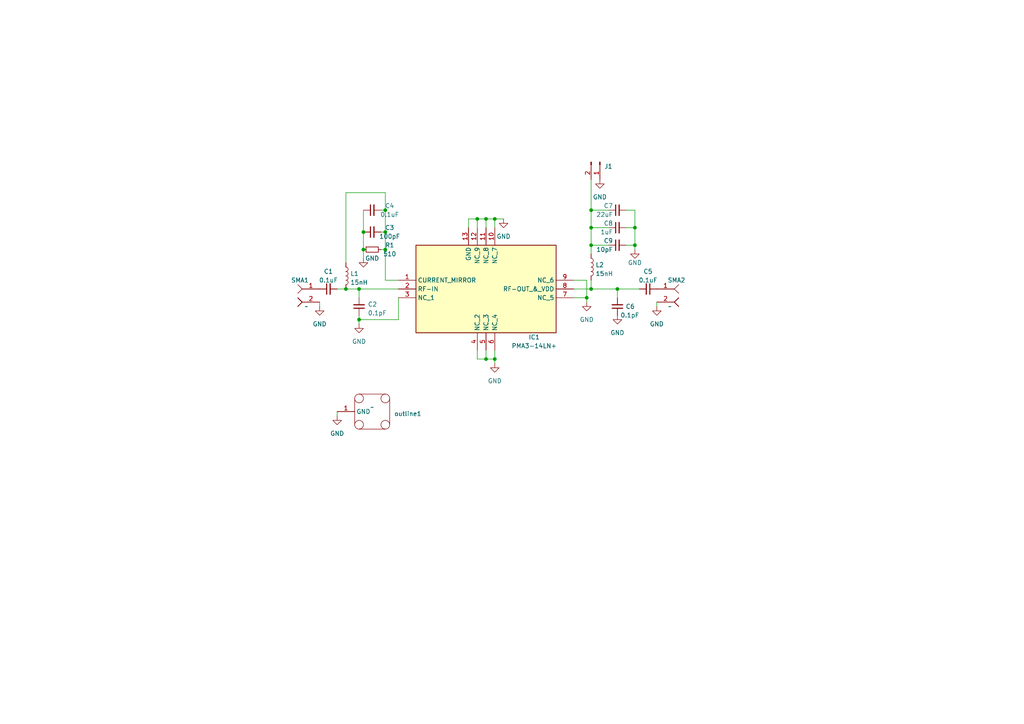
<source format=kicad_sch>
(kicad_sch (version 20230121) (generator eeschema)
  (paper "A4")
  (lib_symbols
    (symbol "Connector:Conn_01x02_Pin" (pin_names (offset 1.016) hide)
      (property "Reference" "J" (at 0 2.54 0))
      (property "Value" "Conn_01x02_Pin" (at 0 -5.08 0))
      (symbol "Conn_01x02_Pin_1_1"
        (polyline (pts (xy 1.27 -2.54) (xy 0.8636 -2.54)) (stroke (width 0.1524)))
        (polyline (pts (xy 1.27 0) (xy 0.8636 0)) (stroke (width 0.1524)))
        (rectangle (start 0.8636 -2.413) (end 0 -2.667) (stroke (width 0.1524)) (fill (type outline)))
        (rectangle (start 0.8636 0.127) (end 0 -0.127) (stroke (width 0.1524)) (fill (type outline)))
        (pin passive line (at 5.08 0 180) (length 3.81) (name "Pin_1") (number "1"))
        (pin passive line (at 5.08 -2.54 180) (length 3.81) (name "Pin_2") (number "2"))
      )
    )
    (symbol "Device:C_Small" (pin_numbers hide) (pin_names (offset 0.254) hide)
      (property "Reference" "C" (at 0.254 1.778 0))
      (property "Value" "C_Small" (at 0.254 -2.032 0))
      (symbol "C_Small_0_1"
        (polyline (pts (xy -1.524 -0.508) (xy 1.524 -0.508)) (stroke (width 0.3302)))
        (polyline (pts (xy -1.524 0.508) (xy 1.524 0.508)) (stroke (width 0.3048)))
      )
      (symbol "C_Small_1_1"
        (pin passive line (at 0 2.54 270) (length 2.032) (name "~") (number "1"))
        (pin passive line (at 0 -2.54 90) (length 2.032) (name "~") (number "2"))
      )
    )
    (symbol "Device:L" (pin_numbers hide) (pin_names (offset 1.016) hide)
      (property "Reference" "L" (at -1.27 0 90))
      (property "Value" "L" (at 1.905 0 90))
      (symbol "L_0_1"
        (arc (start 0 -2.54) (mid 0.6323 -1.905) (end 0 -1.27))
        (arc (start 0 -1.27) (mid 0.6323 -0.635) (end 0 0))
        (arc (start 0 0) (mid 0.6323 0.635) (end 0 1.27))
        (arc (start 0 1.27) (mid 0.6323 1.905) (end 0 2.54))
      )
      (symbol "L_1_1"
        (pin passive line (at 0 3.81 270) (length 1.27) (name "1") (number "1"))
        (pin passive line (at 0 -3.81 90) (length 1.27) (name "2") (number "2"))
      )
    )
    (symbol "Device:R_Small" (pin_numbers hide) (pin_names (offset 0.254) hide)
      (property "Reference" "R" (at 0.762 0.508 0))
      (property "Value" "R_Small" (at 0.762 -1.016 0))
      (symbol "R_Small_0_1"
        (rectangle (start -0.762 1.778) (end 0.762 -1.778) (stroke (width 0.2032)))
      )
      (symbol "R_Small_1_1"
        (pin passive line (at 0 2.54 270) (length 0.762) (name "~") (number "1"))
        (pin passive line (at 0 -2.54 90) (length 0.762) (name "~") (number "2"))
      )
    )
    (symbol "Radar:LNA_PMA3-14LN+"
      (property "Reference" "IC" (at 46.99 15.24 0))
      (property "Value" "LNA_PMA3-14LN+" (at 46.99 12.7 0))
      (symbol "LNA_PMA3-14LN+_1_1"
        (rectangle (start 5.08 10.16) (end 45.72 -15.24) (stroke (width 0.254)) (fill (type background)))
        (pin passive line (at 0 0 0) (length 5.08) (name "CURRENT_MIRROR") (number "1"))
        (pin passive line (at 27.94 15.24 270) (length 5.08) (name "NC_7") (number "10"))
        (pin passive line (at 25.4 15.24 270) (length 5.08) (name "NC_8") (number "11"))
        (pin passive line (at 22.86 15.24 270) (length 5.08) (name "NC_9") (number "12"))
        (pin passive line (at 20.32 15.24 270) (length 5.08) (name "GND") (number "13"))
        (pin passive line (at 0 -2.54 0) (length 5.08) (name "RF-IN") (number "2"))
        (pin passive line (at 0 -5.08 0) (length 5.08) (name "NC_1") (number "3"))
        (pin passive line (at 22.86 -20.32 90) (length 5.08) (name "NC_2") (number "4"))
        (pin passive line (at 25.4 -20.32 90) (length 5.08) (name "NC_3") (number "5"))
        (pin passive line (at 27.94 -20.32 90) (length 5.08) (name "NC_4") (number "6"))
        (pin passive line (at 50.8 -5.08 180) (length 5.08) (name "NC_5") (number "7"))
        (pin passive line (at 50.8 -2.54 180) (length 5.08) (name "RF-OUT_&_VDD") (number "8"))
        (pin passive line (at 50.8 0 180) (length 5.08) (name "NC_6") (number "9"))
      )
    )
    (symbol "Radar:SMA"
      (property "Reference" "SMA" (at 1.27 -1.27 0))
      (symbol "SMA_0_1"
        (polyline (pts (xy -1.27 1.27) (xy -2.54 0)))
        (polyline (pts (xy -1.27 1.27) (xy -2.54 0)))
        (polyline (pts (xy -1.27 1.27) (xy -2.54 0)))
        (polyline (pts (xy -1.27 1.27) (xy -2.54 0)))
        (polyline (pts (xy -1.27 1.27) (xy -2.54 2.54)))
        (polyline (pts (xy -1.27 1.27) (xy -2.54 2.54)))
        (polyline (pts (xy -1.27 1.27) (xy -2.54 2.54)))
        (polyline (pts (xy -1.27 1.27) (xy -2.54 2.54)))
        (polyline (pts (xy -1.27 5.08) (xy -2.54 3.81)))
        (polyline (pts (xy -1.27 5.08) (xy -2.54 6.35)))
      )
      (symbol "SMA_1_1"
        (pin passive line (at 3.81 5.08 180) (length 5.08) (name "") (number "1"))
        (pin passive line (at 3.81 1.27 180) (length 5.08) (name "") (number "2"))
      )
    )
    (symbol "Radar:outline"
      (property "Reference" "outline" (at 0 6.35 0))
      (symbol "outline_0_1"
        (circle (center -3.81 -3.81) (radius 1.27))
        (circle (center -3.81 3.81) (radius 1.27))
        (polyline (pts (xy -5.08 3.81) (xy -5.08 -3.81)))
        (polyline (pts (xy -3.81 -5.08) (xy 3.81 -5.08)))
        (polyline (pts (xy 3.81 5.08) (xy -3.81 5.08)))
        (polyline (pts (xy 5.08 3.81) (xy 5.08 -3.81)))
        (circle (center 3.81 -3.81) (radius 1.27))
        (circle (center 3.81 3.81) (radius 1.27))
      )
      (symbol "outline_1_1"
        (pin free line (at -10.16 0 0) (length 5.08) (name "GND") (number "1"))
      )
    )
    (symbol "power:GND" (power) (pin_names (offset 0))
      (property "Value" "GND" (at 0 -3.81 0))
      (symbol "GND_0_1"
        (polyline (pts (xy 0 0) (xy 0 -1.27) (xy 1.27 -1.27) (xy 0 -2.54) (xy -1.27 -1.27) (xy 0 -1.27)))
      )
      (symbol "GND_1_1"
        (pin power_in line (at 0 0 270) (length 0) hide (name "GND") (number "1"))
      )
    )
  )
  (junction (at 111.76 67.31))
  (junction (at 143.51 104.14))
  (junction (at 140.97 63.5))
  (junction (at 171.45 60.96))
  (junction (at 111.76 72.39))
  (junction (at 179.07 83.82))
  (junction (at 170.18 86.36))
  (junction (at 105.41 72.39))
  (junction (at 111.76 60.96))
  (junction (at 171.45 83.82))
  (junction (at 171.45 71.12))
  (junction (at 184.15 71.12))
  (junction (at 184.15 66.04))
  (junction (at 105.41 67.31))
  (junction (at 171.45 66.04))
  (junction (at 140.97 104.14))
  (junction (at 100.33 83.82))
  (junction (at 104.14 92.71))
  (junction (at 104.14 83.82))
  (junction (at 138.43 63.5))
  (junction (at 143.51 63.5))
  (wire (pts (xy 115.57 81.28) (xy 111.76 81.28)))
  (wire (pts (xy 170.18 81.28) (xy 170.18 86.36)))
  (wire (pts (xy 111.76 67.31) (xy 111.76 72.39)))
  (wire (pts (xy 166.37 83.82) (xy 171.45 83.82)))
  (wire (pts (xy 143.51 104.14) (xy 143.51 101.6)))
  (wire (pts (xy 176.53 60.96) (xy 171.45 60.96)))
  (wire (pts (xy 111.76 60.96) (xy 111.76 67.31)))
  (wire (pts (xy 190.5 88.9) (xy 190.5 87.63)))
  (wire (pts (xy 171.45 83.82) (xy 179.07 83.82)))
  (wire (pts (xy 171.45 52.07) (xy 171.45 60.96)))
  (wire (pts (xy 135.89 63.5) (xy 138.43 63.5)))
  (wire (pts (xy 140.97 104.14) (xy 143.51 104.14)))
  (wire (pts (xy 92.71 88.9) (xy 92.71 87.63)))
  (wire (pts (xy 143.51 63.5) (xy 146.05 63.5)))
  (wire (pts (xy 135.89 63.5) (xy 135.89 66.04)))
  (wire (pts (xy 115.57 92.71) (xy 104.14 92.71)))
  (wire (pts (xy 184.15 72.39) (xy 184.15 71.12)))
  (wire (pts (xy 110.49 72.39) (xy 111.76 72.39)))
  (wire (pts (xy 181.61 71.12) (xy 184.15 71.12)))
  (wire (pts (xy 140.97 63.5) (xy 140.97 66.04)))
  (wire (pts (xy 111.76 55.88) (xy 111.76 60.96)))
  (wire (pts (xy 97.79 120.65) (xy 97.79 119.38)))
  (wire (pts (xy 171.45 71.12) (xy 171.45 73.66)))
  (wire (pts (xy 138.43 63.5) (xy 140.97 63.5)))
  (wire (pts (xy 171.45 60.96) (xy 171.45 66.04)))
  (wire (pts (xy 171.45 66.04) (xy 176.53 66.04)))
  (wire (pts (xy 100.33 55.88) (xy 100.33 76.2)))
  (wire (pts (xy 104.14 92.71) (xy 104.14 91.44)))
  (wire (pts (xy 166.37 81.28) (xy 170.18 81.28)))
  (wire (pts (xy 143.51 63.5) (xy 143.51 66.04)))
  (wire (pts (xy 184.15 60.96) (xy 184.15 66.04)))
  (wire (pts (xy 110.49 60.96) (xy 111.76 60.96)))
  (wire (pts (xy 105.41 74.93) (xy 105.41 72.39)))
  (wire (pts (xy 138.43 104.14) (xy 140.97 104.14)))
  (wire (pts (xy 140.97 63.5) (xy 143.51 63.5)))
  (wire (pts (xy 115.57 86.36) (xy 115.57 92.71)))
  (wire (pts (xy 184.15 66.04) (xy 184.15 71.12)))
  (wire (pts (xy 171.45 81.28) (xy 171.45 83.82)))
  (wire (pts (xy 97.79 83.82) (xy 100.33 83.82)))
  (wire (pts (xy 138.43 104.14) (xy 138.43 101.6)))
  (wire (pts (xy 181.61 66.04) (xy 184.15 66.04)))
  (wire (pts (xy 171.45 66.04) (xy 171.45 71.12)))
  (wire (pts (xy 143.51 105.41) (xy 143.51 104.14)))
  (wire (pts (xy 105.41 67.31) (xy 105.41 72.39)))
  (wire (pts (xy 111.76 72.39) (xy 111.76 81.28)))
  (wire (pts (xy 100.33 83.82) (xy 104.14 83.82)))
  (wire (pts (xy 104.14 83.82) (xy 104.14 86.36)))
  (wire (pts (xy 100.33 55.88) (xy 111.76 55.88)))
  (wire (pts (xy 170.18 86.36) (xy 166.37 86.36)))
  (wire (pts (xy 184.15 60.96) (xy 181.61 60.96)))
  (wire (pts (xy 179.07 83.82) (xy 179.07 86.36)))
  (wire (pts (xy 140.97 104.14) (xy 140.97 101.6)))
  (wire (pts (xy 110.49 67.31) (xy 111.76 67.31)))
  (wire (pts (xy 105.41 60.96) (xy 105.41 67.31)))
  (wire (pts (xy 104.14 93.98) (xy 104.14 92.71)))
  (wire (pts (xy 179.07 83.82) (xy 185.42 83.82)))
  (wire (pts (xy 171.45 71.12) (xy 176.53 71.12)))
  (wire (pts (xy 104.14 83.82) (xy 115.57 83.82)))
  (wire (pts (xy 170.18 87.63) (xy 170.18 86.36)))
  (wire (pts (xy 138.43 63.5) (xy 138.43 66.04)))
  (symbol (lib_id "power:GND") (at 190.5 88.9 0) (mirror y) (unit 1)
    (property "Reference" "#PWR03" (effects hide))
    (property "Value" "GND" (at 190.5 93.98 0))
  )
  (symbol (lib_id "power:GND") (at 105.41 74.93 0) (unit 1)
    (property "Reference" "#PWR01" (effects hide))
    (property "Value" "GND" (at 107.95 74.93 0))
  )
  (symbol (lib_id "Device:C_Small") (at 179.07 60.96 90) (mirror x) (unit 1)
    (property "Reference" "C7" (at 177.8 59.69 90) (effects (justify left)))
    (property "Value" "22uF" (at 177.8 62.23 90) (effects (justify left)))
    (property "Footprint" "Capacitor_SMD:C_0603_1608Metric_revised" (effects hide))
  )
  (symbol (lib_id "power:GND") (at 97.79 120.65 0) (unit 1)
    (property "Reference" "#PWR011" (effects hide))
    (property "Value" "GND" (at 97.79 125.73 0))
  )
  (symbol (lib_id "Device:C_Small") (at 179.07 71.12 90) (mirror x) (unit 1)
    (property "Reference" "C9" (at 177.8 69.85 90) (effects (justify left)))
    (property "Value" "10pF" (at 177.8 72.39 90) (effects (justify left)))
    (property "Footprint" "Capacitor_SMD:C_0603_1608Metric_revised" (effects hide))
  )
  (symbol (lib_id "power:GND") (at 104.14 93.98 0) (unit 1)
    (property "Reference" "#PWR04" (effects hide))
    (property "Value" "GND" (at 104.14 99.06 0))
  )
  (symbol (lib_id "power:GND") (at 184.15 72.39 0) (unit 1)
    (property "Reference" "#PWR09" (effects hide))
    (property "Value" "GND" (at 184.15 76.2 0))
  )
  (symbol (lib_id "power:GND") (at 173.99 52.07 0) (unit 1)
    (property "Reference" "#PWR010" (effects hide))
    (property "Value" "GND" (at 173.99 57.15 0))
  )
  (symbol (lib_id "Device:L") (at 100.33 80.01 0) (unit 1)
    (property "Reference" "L1" (at 101.6 79.375 0) (effects (justify left)))
    (property "Value" "15nH" (at 101.6 81.915 0) (effects (justify left)))
    (property "Footprint" "Inductor_SMD:L_0603_1608Metric_revised" (effects hide))
  )
  (symbol (lib_id "Radar:LNA_PMA3-14LN+") (at 115.57 81.28 0) (unit 1)
    (property "Reference" "IC1" (at 154.94 97.79 0))
    (property "Value" "PMA3-14LN+" (at 154.94 100.33 0))
    (property "Footprint" "Music_Lab:LNA_PMA3-14LN+" (effects hide))
    (property "Datasheet" "https://www.minicircuits.com/WebStore/dashboardPdf?model=PMA3-14LN%2B" (effects hide))
    (property "Height" "0.89" (effects hide))
    (property "Manufacturer_Name" "Mini-Circuits" (effects hide))
    (property "Manufacturer_Part_Number" "PMA3-14LN+" (effects hide))
    (property "Mouser Part Number" "139-PMA3-14LN+" (effects hide))
    (property "Mouser Price/Stock" "https://www.mouser.co.uk/ProductDetail/Mini-Circuits/PMA3-14LN%2b?qs=Znm5pLBrcALRzrMQPGByzA%3D%3D" (effects hide))
  )
  (symbol (lib_id "Device:L") (at 171.45 77.47 0) (unit 1)
    (property "Reference" "L2" (at 172.72 76.835 0) (effects (justify left)))
    (property "Value" "15nH" (at 172.72 79.375 0) (effects (justify left)))
    (property "Footprint" "Inductor_SMD:L_0603_1608Metric_revised" (effects hide))
  )
  (symbol (lib_id "power:GND") (at 143.51 105.41 0) (unit 1)
    (property "Reference" "#PWR06" (effects hide))
    (property "Value" "GND" (at 143.51 110.49 0))
  )
  (symbol (lib_id "Radar:SMA") (at 194.31 88.9 0) (mirror y) (unit 1)
    (property "Reference" "SMA2" (at 196.215 81.28 0))
    (property "Value" "~" (at 194.31 88.9 0))
    (property "Footprint" "Music_Lab:SMA_KHD" (effects hide))
  )
  (symbol (lib_id "power:GND") (at 170.18 87.63 0) (unit 1)
    (property "Reference" "#PWR07" (effects hide))
    (property "Value" "GND" (at 170.18 92.71 0))
  )
  (symbol (lib_id "power:GND") (at 92.71 88.9 0) (unit 1)
    (property "Reference" "#PWR02" (effects hide))
    (property "Value" "GND" (at 92.71 93.98 0))
  )
  (symbol (lib_id "Connector:Conn_01x02_Pin") (at 173.99 46.99 270) (unit 1)
    (property "Reference" "J1" (at 175.26 48.26 90) (effects (justify left)))
    (property "Value" "Conn_01x02_Pin" (effects hide))
    (property "Footprint" "Connector_JST:JST_XH_B2B-XH-A_1x02_P2.50mm_Vertical" (effects hide))
  )
  (symbol (lib_id "Device:C_Small") (at 104.14 88.9 180) (unit 1)
    (property "Reference" "C2" (at 106.68 88.2586 0) (effects (justify right)))
    (property "Value" "0.1pF" (at 106.68 90.7986 0) (effects (justify right)))
    (property "Footprint" "Capacitor_SMD:C_0603_1608Metric_revised" (effects hide))
  )
  (symbol (lib_id "Device:C_Small") (at 187.96 83.82 270) (mirror x) (unit 1)
    (property "Reference" "C5" (at 187.9536 78.74 90))
    (property "Value" "0.1uF" (at 187.9536 81.28 90))
    (property "Footprint" "Capacitor_SMD:C_0603_1608Metric_revised" (effects hide))
  )
  (symbol (lib_id "Device:R_Small") (at 107.95 72.39 90) (unit 1)
    (property "Reference" "R1" (at 113.03 71.12 90))
    (property "Value" "510" (at 113.03 73.66 90))
    (property "Footprint" "Resistor_SMD:R_0603_1608Metric_revised" (effects hide))
  )
  (symbol (lib_id "Device:C_Small") (at 95.25 83.82 90) (unit 1)
    (property "Reference" "C1" (at 95.2563 78.74 90))
    (property "Value" "0.1uF" (at 95.2563 81.28 90))
    (property "Footprint" "Capacitor_SMD:C_0603_1608Metric_revised" (effects hide))
  )
  (symbol (lib_id "Device:C_Small") (at 107.95 60.96 90) (unit 1)
    (property "Reference" "C4" (at 113.03 59.69 90))
    (property "Value" "0.1uF" (at 113.03 62.23 90))
    (property "Footprint" "Capacitor_SMD:C_0603_1608Metric_revised" (effects hide))
  )
  (symbol (lib_id "Device:C_Small") (at 107.95 67.31 90) (unit 1)
    (property "Reference" "C3" (at 113.03 66.04 90))
    (property "Value" "100pF" (at 113.03 68.58 90))
    (property "Footprint" "Capacitor_SMD:C_0603_1608Metric_revised" (effects hide))
  )
  (symbol (lib_id "Device:C_Small") (at 179.07 88.9 0) (mirror x) (unit 1)
    (property "Reference" "C6" (at 184.15 88.9 0) (effects (justify right)))
    (property "Value" "0.1pF" (at 185.42 91.44 0) (effects (justify right)))
    (property "Footprint" "Capacitor_SMD:C_0603_1608Metric_revised" (effects hide))
  )
  (symbol (lib_id "power:GND") (at 179.07 91.44 0) (unit 1)
    (property "Reference" "#PWR05" (effects hide))
    (property "Value" "GND" (at 179.07 96.52 0))
  )
  (symbol (lib_id "power:GND") (at 146.05 63.5 0) (unit 1)
    (property "Reference" "#PWR08" (effects hide))
    (property "Value" "GND" (at 146.05 68.58 0))
  )
  (symbol (lib_id "Device:C_Small") (at 179.07 66.04 90) (mirror x) (unit 1)
    (property "Reference" "C8" (at 177.8 64.77 90) (effects (justify left)))
    (property "Value" "1uF" (at 177.8 67.31 90) (effects (justify left)))
    (property "Footprint" "Capacitor_SMD:C_0603_1608Metric_revised" (effects hide))
  )
  (symbol (lib_id "Radar:outline") (at 107.95 119.38 0) (unit 1)
    (property "Reference" "outline1" (at 114.3 120.015 0) (effects (justify left)))
    (property "Value" "~" (at 107.95 118.11 0))
    (property "Footprint" "Music_Lab:Outline_3x2_cavity_20230729" (effects hide))
  )
  (symbol (lib_id "Radar:SMA") (at 88.9 88.9 0) (unit 1)
    (property "Reference" "SMA1" (at 86.995 81.28 0))
    (property "Value" "~" (at 88.9 88.9 0))
    (property "Footprint" "Music_Lab:SMA_KHD" (effects hide))
  )
)
</source>
